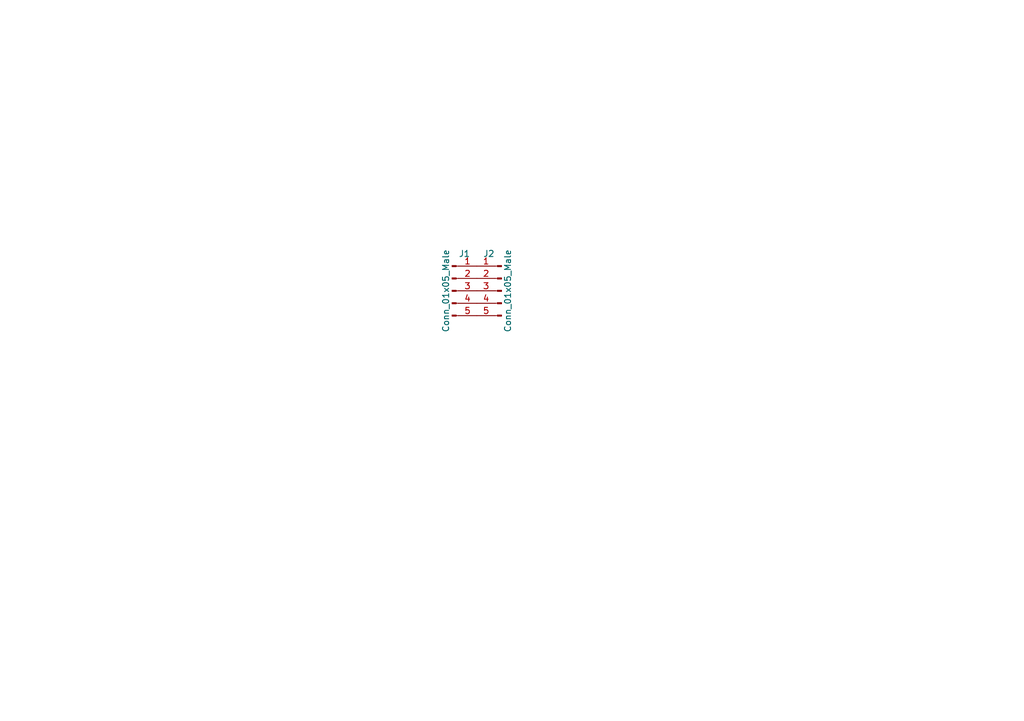
<source format=kicad_sch>
(kicad_sch (version 20250114) (generator "eeschema") (generator_version "9.0")
  (paper "A5")
  (lib_symbols
    (symbol "Connector:Conn_01x05_Male" (pin_names (offset 1.016) (hide yes))
      (property "Reference" "J" (at 0 7.62 0))
      (property "Value" "Conn_01x05_Male" (at 0 -7.62 0))
      (symbol "Conn_01x05_Male_1_1"
        (rectangle (start 0.8636 5.207) (end 0 4.953) (stroke (width 0.1524)) (fill (type outline)))
        (rectangle (start 0.8636 2.667) (end 0 2.413) (stroke (width 0.1524)) (fill (type outline)))
        (rectangle (start 0.8636 0.127) (end 0 -0.127) (stroke (width 0.1524)) (fill (type outline)))
        (rectangle (start 0.8636 -2.413) (end 0 -2.667) (stroke (width 0.1524)) (fill (type outline)))
        (rectangle (start 0.8636 -4.953) (end 0 -5.207) (stroke (width 0.1524)) (fill (type outline)))
        (polyline (pts (xy 1.27 5.08) (xy 0.8636 5.08)) (stroke (width 0.1524)))
        (polyline (pts (xy 1.27 2.54) (xy 0.8636 2.54)) (stroke (width 0.1524)))
        (polyline (pts (xy 1.27 0) (xy 0.8636 0)) (stroke (width 0.1524)))
        (polyline (pts (xy 1.27 -2.54) (xy 0.8636 -2.54)) (stroke (width 0.1524)))
        (polyline (pts (xy 1.27 -5.08) (xy 0.8636 -5.08)) (stroke (width 0.1524)))
        (pin passive line (at 5.08 5.08 180) (length 3.81) (name "Pin_1") (number "1"))
        (pin passive line (at 5.08 2.54 180) (length 3.81) (name "Pin_2") (number "2"))
        (pin passive line (at 5.08 0 180) (length 3.81) (name "Pin_3") (number "3"))
        (pin passive line (at 5.08 -2.54 180) (length 3.81) (name "Pin_4") (number "4"))
        (pin passive line (at 5.08 -5.08 180) (length 3.81) (name "Pin_5") (number "5"))
      )
    )
  )
  (symbol (lib_id "Connector:Conn_01x05_Male") (at 92.71 59.69 0) (unit 1)
    (property "Reference" "J1" (at 95.25 52.07 0))
    (property "Value" "Conn_01x05_Male" (at 91.44 59.69 90))
    (property "Footprint" "Connector_PinHeader_2.54mm:PinHeader_1x05_P2.54mm_Horizontal" (effects (hide yes)))
  )
  (symbol (lib_id "Connector:Conn_01x05_Male") (at 102.87 59.69 0) (mirror y) (unit 1)
    (property "Reference" "J2" (at 99.06 52.07 0) (effects (justify right)))
    (property "Value" "Conn_01x05_Male" (at 104.14 59.69 90))
    (property "Footprint" "Local:moew_adapter_standardized_2" (effects (hide yes)))
  )
)
</source>
